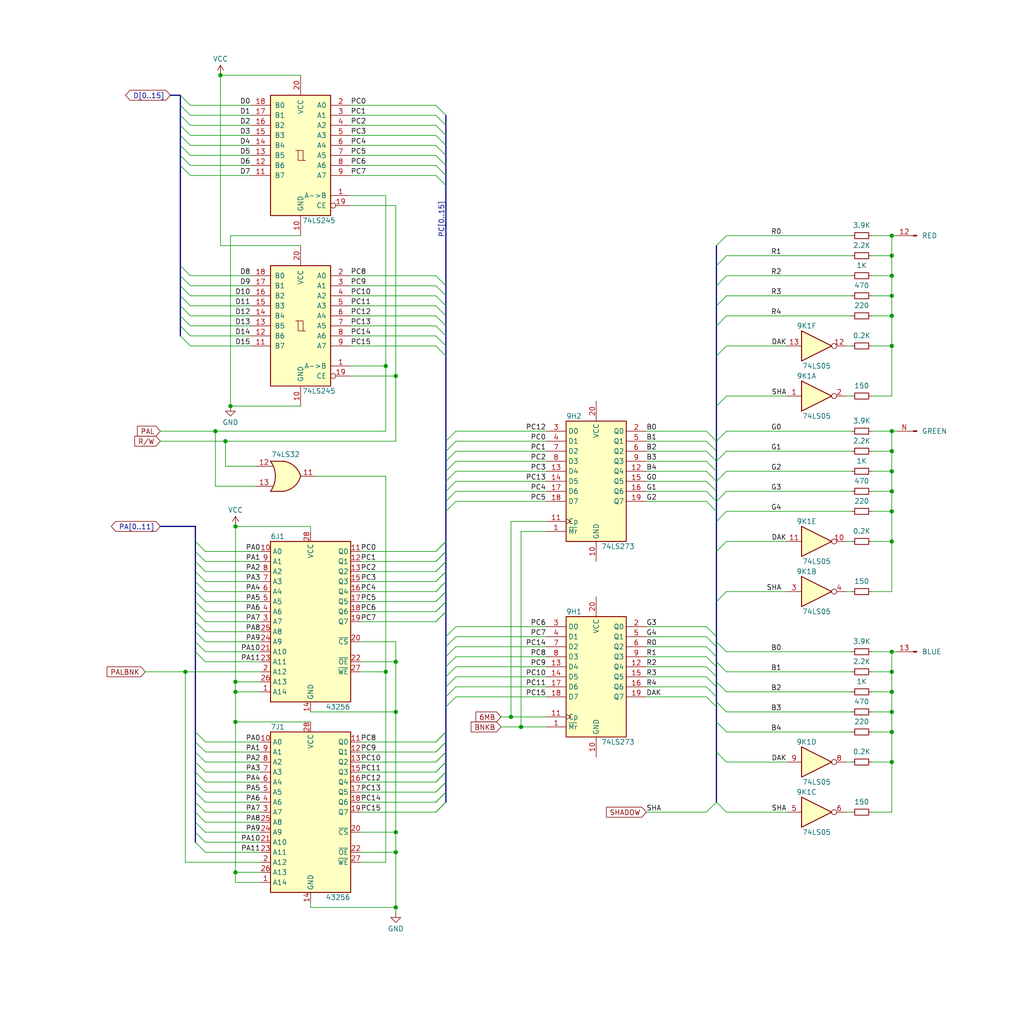
<source format=kicad_sch>
(kicad_sch (version 20230121) (generator eeschema)
  (paper "User" 255.803 259.41)
  (title_block (title "RGB - Palette Converter") (date "2023-09-26") (company "SNK") (comment 3 "Converted by Frater ") (comment 4 "NEO-GEO MVS MV1F") (comment 9 "https://github.com/Neo-Geo-Hardwares/Schematics-MV1F"))
  (lib_symbols
    (symbol "74xx:74LS05" (pin_names (offset 1.016))
      (property "Reference" "U" (at 0 1.27 0))
      (property "Value" "74LS05" (at 0 -1.27 0))
      (symbol "74LS05_1_0"
        (pin input line (at -7.62 0 0) (length 3.81) (name "~") (number "1"))
        (pin open_collector inverted (at 7.62 0 180) (length 3.81) (name "~") (number "2"))
      )
      (symbol "74LS05_2_0"
        (pin input line (at -7.62 0 0) (length 3.81) (name "~") (number "3"))
        (pin open_collector inverted (at 7.62 0 180) (length 3.81) (name "~") (number "4"))
      )
      (symbol "74LS05_3_0"
        (pin input line (at -7.62 0 0) (length 3.81) (name "~") (number "5"))
        (pin open_collector inverted (at 7.62 0 180) (length 3.81) (name "~") (number "6"))
      )
      (symbol "74LS05_4_0"
        (pin open_collector inverted (at 7.62 0 180) (length 3.81) (name "~") (number "8"))
        (pin input line (at -7.62 0 0) (length 3.81) (name "~") (number "9"))
      )
      (symbol "74LS05_5_0"
        (pin open_collector inverted (at 7.62 0 180) (length 3.81) (name "~") (number "10"))
        (pin input line (at -7.62 0 0) (length 3.81) (name "~") (number "11"))
      )
      (symbol "74LS05_6_0"
        (pin open_collector inverted (at 7.62 0 180) (length 3.81) (name "~") (number "12"))
        (pin input line (at -7.62 0 0) (length 3.81) (name "~") (number "13"))
      )
      (symbol "74LS05_7_0"
        (pin power_in line (at 0 12.7 270) (length 5.08) (name "VCC") (number "14"))
        (pin power_in line (at 0 -12.7 90) (length 5.08) (name "GND") (number "7"))
      )
    )
    (symbol "74xx:74LS245" (pin_names (offset 1.016))
      (property "Reference" "U" (at -7.62 16.51 0))
      (property "Value" "74LS245" (at -7.62 -16.51 0))
      (symbol "74LS245_1_0"
        (pin input line (at -12.7 -10.16 0) (length 5.08) (name "A->B") (number "1"))
        (pin power_in line (at 0 -20.32 90) (length 5.08) (name "GND") (number "10"))
        (pin tri_state line (at 12.7 -5.08 180) (length 5.08) (name "B7") (number "11"))
        (pin tri_state line (at 12.7 -2.54 180) (length 5.08) (name "B6") (number "12"))
        (pin tri_state line (at 12.7 0 180) (length 5.08) (name "B5") (number "13"))
        (pin tri_state line (at 12.7 2.54 180) (length 5.08) (name "B4") (number "14"))
        (pin tri_state line (at 12.7 5.08 180) (length 5.08) (name "B3") (number "15"))
        (pin tri_state line (at 12.7 7.62 180) (length 5.08) (name "B2") (number "16"))
        (pin tri_state line (at 12.7 10.16 180) (length 5.08) (name "B1") (number "17"))
        (pin tri_state line (at 12.7 12.7 180) (length 5.08) (name "B0") (number "18"))
        (pin input inverted (at -12.7 -12.7 0) (length 5.08) (name "CE") (number "19"))
        (pin tri_state line (at -12.7 12.7 0) (length 5.08) (name "A0") (number "2"))
        (pin power_in line (at 0 20.32 270) (length 5.08) (name "VCC") (number "20"))
        (pin tri_state line (at -12.7 10.16 0) (length 5.08) (name "A1") (number "3"))
        (pin tri_state line (at -12.7 7.62 0) (length 5.08) (name "A2") (number "4"))
        (pin tri_state line (at -12.7 5.08 0) (length 5.08) (name "A3") (number "5"))
        (pin tri_state line (at -12.7 2.54 0) (length 5.08) (name "A4") (number "6"))
        (pin tri_state line (at -12.7 0 0) (length 5.08) (name "A5") (number "7"))
        (pin tri_state line (at -12.7 -2.54 0) (length 5.08) (name "A6") (number "8"))
        (pin tri_state line (at -12.7 -5.08 0) (length 5.08) (name "A7") (number "9"))
      )
    )
    (symbol "74xx:74LS273"
      (property "Reference" "U" (at -7.62 16.51 0))
      (property "Value" "74LS273" (at -7.62 -16.51 0))
      (symbol "74LS273_1_0"
        (pin input line (at -12.7 -12.7 0) (length 5.08) (name "~{Mr}") (number "1"))
        (pin power_in line (at 0 -20.32 90) (length 5.08) (name "GND") (number "10"))
        (pin input clock (at -12.7 -10.16 0) (length 5.08) (name "Cp") (number "11"))
        (pin output line (at 12.7 2.54 180) (length 5.08) (name "Q4") (number "12"))
        (pin input line (at -12.7 2.54 0) (length 5.08) (name "D4") (number "13"))
        (pin input line (at -12.7 0 0) (length 5.08) (name "D5") (number "14"))
        (pin output line (at 12.7 0 180) (length 5.08) (name "Q5") (number "15"))
        (pin output line (at 12.7 -2.54 180) (length 5.08) (name "Q6") (number "16"))
        (pin input line (at -12.7 -2.54 0) (length 5.08) (name "D6") (number "17"))
        (pin input line (at -12.7 -5.08 0) (length 5.08) (name "D7") (number "18"))
        (pin output line (at 12.7 -5.08 180) (length 5.08) (name "Q7") (number "19"))
        (pin output line (at 12.7 12.7 180) (length 5.08) (name "Q0") (number "2"))
        (pin power_in line (at 0 20.32 270) (length 5.08) (name "VCC") (number "20"))
        (pin input line (at -12.7 12.7 0) (length 5.08) (name "D0") (number "3"))
        (pin input line (at -12.7 10.16 0) (length 5.08) (name "D1") (number "4"))
        (pin output line (at 12.7 10.16 180) (length 5.08) (name "Q1") (number "5"))
        (pin output line (at 12.7 7.62 180) (length 5.08) (name "Q2") (number "6"))
        (pin input line (at -12.7 7.62 0) (length 5.08) (name "D2") (number "7"))
        (pin input line (at -12.7 5.08 0) (length 5.08) (name "D3") (number "8"))
        (pin output line (at 12.7 5.08 180) (length 5.08) (name "Q3") (number "9"))
      )
    )
    (symbol "74xx:74LS32" (pin_names (offset 1.016))
      (property "Reference" "U" (at 0 1.27 0))
      (property "Value" "74LS32" (at 0 -1.27 0))
      (symbol "74LS32_1_1"
        (pin input line (at -7.62 2.54 0) (length 4.318) (name "~") (number "1"))
        (pin input line (at -7.62 -2.54 0) (length 4.318) (name "~") (number "2"))
        (pin output line (at 7.62 0 180) (length 3.81) (name "~") (number "3"))
      )
      (symbol "74LS32_1_2"
        (pin input inverted (at -7.62 2.54 0) (length 3.81) (name "~") (number "1"))
        (pin input inverted (at -7.62 -2.54 0) (length 3.81) (name "~") (number "2"))
        (pin output inverted (at 7.62 0 180) (length 3.81) (name "~") (number "3"))
      )
      (symbol "74LS32_2_1"
        (pin input line (at -7.62 2.54 0) (length 4.318) (name "~") (number "4"))
        (pin input line (at -7.62 -2.54 0) (length 4.318) (name "~") (number "5"))
        (pin output line (at 7.62 0 180) (length 3.81) (name "~") (number "6"))
      )
      (symbol "74LS32_2_2"
        (pin input inverted (at -7.62 2.54 0) (length 3.81) (name "~") (number "4"))
        (pin input inverted (at -7.62 -2.54 0) (length 3.81) (name "~") (number "5"))
        (pin output inverted (at 7.62 0 180) (length 3.81) (name "~") (number "6"))
      )
      (symbol "74LS32_3_1"
        (pin input line (at -7.62 -2.54 0) (length 4.318) (name "~") (number "10"))
        (pin output line (at 7.62 0 180) (length 3.81) (name "~") (number "8"))
        (pin input line (at -7.62 2.54 0) (length 4.318) (name "~") (number "9"))
      )
      (symbol "74LS32_3_2"
        (pin input inverted (at -7.62 -2.54 0) (length 3.81) (name "~") (number "10"))
        (pin output inverted (at 7.62 0 180) (length 3.81) (name "~") (number "8"))
        (pin input inverted (at -7.62 2.54 0) (length 3.81) (name "~") (number "9"))
      )
      (symbol "74LS32_4_1"
        (pin output line (at 7.62 0 180) (length 3.81) (name "~") (number "11"))
        (pin input line (at -7.62 2.54 0) (length 4.318) (name "~") (number "12"))
        (pin input line (at -7.62 -2.54 0) (length 4.318) (name "~") (number "13"))
      )
      (symbol "74LS32_4_2"
        (pin output inverted (at 7.62 0 180) (length 3.81) (name "~") (number "11"))
        (pin input inverted (at -7.62 2.54 0) (length 3.81) (name "~") (number "12"))
        (pin input inverted (at -7.62 -2.54 0) (length 3.81) (name "~") (number "13"))
      )
      (symbol "74LS32_5_0"
        (pin power_in line (at 0 12.7 270) (length 5.08) (name "VCC") (number "14"))
        (pin power_in line (at 0 -12.7 90) (length 5.08) (name "GND") (number "7"))
      )
    )
    (symbol "Conn_01x01_Pin_1" (pin_names (offset 1.016) hide)
      (property "Value" "GREEN" (at -1.27 0 0))
      (symbol "Conn_01x01_Pin_1_1_1"
        (pin passive line (at 5.08 0 180) (length 3.81) (name "Pin_N") (number "N"))
      )
    )
    (symbol "Conn_01x01_Pin_2" (pin_names (offset 1.016) hide)
      (property "Value" "BLUE" (at -1.27 0 0))
      (symbol "Conn_01x01_Pin_2_1_1"
        (pin passive line (at 5.08 0 180) (length 3.81) (name "Pin_13") (number "13"))
      )
    )
    (symbol "Connector:Conn_01x01_Pin" (pin_names (offset 1.016) hide)
      (property "Value" "RED" (at -2.54 0 0))
      (symbol "Conn_01x01_Pin_1_1"
        (pin passive line (at 5.08 0 180) (length 3.81) (name "Pin_12") (number "12"))
      )
    )
    (symbol "Device:R_Small" (pin_numbers hide) (pin_names (offset 0.254) hide)
      (property "Reference" "R" (at 0.762 0.508 0))
      (property "Value" "R_Small" (at 0.762 -1.016 0))
      (symbol "R_Small_1_1"
        (pin passive line (at 0 2.54 270) (length 0.762) (name "~") (number "1"))
        (pin passive line (at 0 -2.54 90) (length 0.762) (name "~") (number "2"))
      )
    )
    (symbol "Memory_RAM:KM62256CLP"
      (property "Reference" "U" (at -10.16 20.955 0))
      (property "Value" "KM62256CLP" (at 2.54 20.955 0))
      (symbol "KM62256CLP_0_0"
        (pin power_in line (at 0 -22.86 90) (length 2.54) (name "GND") (number "14"))
        (pin power_in line (at 0 22.86 270) (length 2.54) (name "VCC") (number "28"))
      )
      (symbol "KM62256CLP_1_1"
        (pin input line (at -12.7 -17.78 0) (length 2.54) (name "A14") (number "1"))
        (pin input line (at -12.7 17.78 0) (length 2.54) (name "A0") (number "10"))
        (pin tri_state line (at 12.7 17.78 180) (length 2.54) (name "Q0") (number "11"))
        (pin tri_state line (at 12.7 15.24 180) (length 2.54) (name "Q1") (number "12"))
        (pin tri_state line (at 12.7 12.7 180) (length 2.54) (name "Q2") (number "13"))
        (pin tri_state line (at 12.7 10.16 180) (length 2.54) (name "Q3") (number "15"))
        (pin tri_state line (at 12.7 7.62 180) (length 2.54) (name "Q4") (number "16"))
        (pin tri_state line (at 12.7 5.08 180) (length 2.54) (name "Q5") (number "17"))
        (pin tri_state line (at 12.7 2.54 180) (length 2.54) (name "Q6") (number "18"))
        (pin tri_state line (at 12.7 0 180) (length 2.54) (name "Q7") (number "19"))
        (pin input line (at -12.7 -12.7 0) (length 2.54) (name "A12") (number "2"))
        (pin input line (at 12.7 -5.08 180) (length 2.54) (name "~{CS}") (number "20"))
        (pin input line (at -12.7 -7.62 0) (length 2.54) (name "A10") (number "21"))
        (pin input line (at 12.7 -10.16 180) (length 2.54) (name "~{OE}") (number "22"))
        (pin input line (at -12.7 -10.16 0) (length 2.54) (name "A11") (number "23"))
        (pin input line (at -12.7 -5.08 0) (length 2.54) (name "A9") (number "24"))
        (pin input line (at -12.7 -2.54 0) (length 2.54) (name "A8") (number "25"))
        (pin input line (at -12.7 -15.24 0) (length 2.54) (name "A13") (number "26"))
        (pin input line (at 12.7 -12.7 180) (length 2.54) (name "~{WE}") (number "27"))
        (pin input line (at -12.7 0 0) (length 2.54) (name "A7") (number "3"))
        (pin input line (at -12.7 2.54 0) (length 2.54) (name "A6") (number "4"))
        (pin input line (at -12.7 5.08 0) (length 2.54) (name "A5") (number "5"))
        (pin input line (at -12.7 7.62 0) (length 2.54) (name "A4") (number "6"))
        (pin input line (at -12.7 10.16 0) (length 2.54) (name "A3") (number "7"))
        (pin input line (at -12.7 12.7 0) (length 2.54) (name "A2") (number "8"))
        (pin input line (at -12.7 15.24 0) (length 2.54) (name "A1") (number "9"))
      )
    )
    (symbol "power:GND" (power) (pin_names (offset 0))
      (property "Value" "GND" (at 0 -3.81 0))
      (symbol "GND_1_1"
        (pin power_in line (at 0 0 270) (length 0) hide (name "GND") (number "1"))
      )
    )
    (symbol "power:VCC" (power) (pin_names (offset 0))
      (property "Value" "VCC" (at 0 3.81 0))
      (symbol "VCC_1_1"
        (pin power_in line (at 0 0 90) (length 0) hide (name "VCC") (number "1"))
      )
    )
  )
  (junction (at 59.69 133.35))
  (junction (at 100.33 215.9))
  (junction (at 226.06 69.85))
  (junction (at 100.33 167.64))
  (junction (at 226.06 170.18))
  (junction (at 100.33 180.34))
  (junction (at 226.06 175.26))
  (junction (at 97.79 92.71))
  (junction (at 132.08 184.15))
  (junction (at 226.06 180.34))
  (junction (at 226.06 80.01))
  (junction (at 226.06 87.63))
  (junction (at 226.06 114.3))
  (junction (at 226.06 193.04))
  (junction (at 100.33 95.25))
  (junction (at 46.99 170.18))
  (junction (at 59.69 220.98))
  (junction (at 100.33 229.87))
  (junction (at 97.79 170.18))
  (junction (at 226.06 165.1))
  (junction (at 226.06 59.69))
  (junction (at 226.06 64.77))
  (junction (at 58.42 102.87))
  (junction (at 100.33 210.82))
  (junction (at 226.06 119.38))
  (junction (at 54.61 109.22))
  (junction (at 57.15 111.76))
  (junction (at 59.69 182.88))
  (junction (at 59.69 175.26))
  (junction (at 226.06 137.16))
  (junction (at 129.54 181.61))
  (junction (at 226.06 124.46))
  (junction (at 226.06 109.22))
  (junction (at 59.69 172.72))
  (junction (at 226.06 129.54))
  (junction (at 226.06 185.42))
  (junction (at 226.06 74.93))
  (junction (at 55.88 19.05))
  (bus_entry (at 49.53 210.82) (size 2.54 2.54))
  (bus_entry (at 181.61 166.37) (size -2.54 -2.54))
  (bus_entry (at 113.03 168.91) (size 2.54 -2.54))
  (bus_entry (at 113.03 193.04) (size -2.54 2.54))
  (bus_entry (at 113.03 195.58) (size -2.54 2.54))
  (bus_entry (at 181.61 111.76) (size -2.54 -2.54))
  (bus_entry (at 113.03 198.12) (size -2.54 2.54))
  (bus_entry (at 113.03 77.47) (size -2.54 -2.54))
  (bus_entry (at 113.03 161.29) (size 2.54 -2.54))
  (bus_entry (at 49.53 190.5) (size 2.54 2.54))
  (bus_entry (at 181.61 77.47) (size 2.54 -2.54))
  (bus_entry (at 113.03 41.91) (size -2.54 -2.54))
  (bus_entry (at 113.03 171.45) (size 2.54 -2.54))
  (bus_entry (at 113.03 185.42) (size -2.54 2.54))
  (bus_entry (at 49.53 152.4) (size 2.54 2.54))
  (bus_entry (at 113.03 137.16) (size -2.54 2.54))
  (bus_entry (at 49.53 195.58) (size 2.54 2.54))
  (bus_entry (at 184.15 185.42) (size -2.54 -2.54))
  (bus_entry (at 113.03 147.32) (size -2.54 2.54))
  (bus_entry (at 113.03 39.37) (size -2.54 -2.54))
  (bus_entry (at 113.03 142.24) (size -2.54 2.54))
  (bus_entry (at 113.03 90.17) (size -2.54 -2.54))
  (bus_entry (at 49.53 200.66) (size 2.54 2.54))
  (bus_entry (at 113.03 176.53) (size 2.54 -2.54))
  (bus_entry (at 113.03 166.37) (size 2.54 -2.54))
  (bus_entry (at 184.15 165.1) (size -2.54 -2.54))
  (bus_entry (at 113.03 149.86) (size -2.54 2.54))
  (bus_entry (at 49.53 154.94) (size 2.54 2.54))
  (bus_entry (at 45.72 39.37) (size 2.54 2.54))
  (bus_entry (at 49.53 139.7) (size 2.54 2.54))
  (bus_entry (at 113.03 185.42) (size -2.54 2.54))
  (bus_entry (at 181.61 72.39) (size 2.54 -2.54))
  (bus_entry (at 113.03 152.4) (size -2.54 2.54))
  (bus_entry (at 113.03 34.29) (size -2.54 -2.54))
  (bus_entry (at 113.03 44.45) (size -2.54 -2.54))
  (bus_entry (at 49.53 187.96) (size 2.54 2.54))
  (bus_entry (at 181.61 161.29) (size -2.54 -2.54))
  (bus_entry (at 113.03 190.5) (size -2.54 2.54))
  (bus_entry (at 45.72 41.91) (size 2.54 2.54))
  (bus_entry (at 113.03 198.12) (size -2.54 2.54))
  (bus_entry (at 49.53 185.42) (size 2.54 2.54))
  (bus_entry (at 113.03 200.66) (size -2.54 2.54))
  (bus_entry (at 113.03 149.86) (size -2.54 2.54))
  (bus_entry (at 113.03 173.99) (size 2.54 -2.54))
  (bus_entry (at 184.15 170.18) (size -2.54 -2.54))
  (bus_entry (at 113.03 152.4) (size -2.54 2.54))
  (bus_entry (at 113.03 72.39) (size -2.54 -2.54))
  (bus_entry (at 113.03 142.24) (size -2.54 2.54))
  (bus_entry (at 184.15 180.34) (size -2.54 -2.54))
  (bus_entry (at 181.61 203.2) (size -2.54 2.54))
  (bus_entry (at 113.03 85.09) (size -2.54 -2.54))
  (bus_entry (at 49.53 142.24) (size 2.54 2.54))
  (bus_entry (at 181.61 139.7) (size 2.54 -2.54))
  (bus_entry (at 184.15 175.26) (size -2.54 -2.54))
  (bus_entry (at 45.72 26.67) (size 2.54 2.54))
  (bus_entry (at 49.53 213.36) (size 2.54 2.54))
  (bus_entry (at 181.61 179.07) (size -2.54 -2.54))
  (bus_entry (at 181.61 168.91) (size -2.54 -2.54))
  (bus_entry (at 113.03 154.94) (size -2.54 2.54))
  (bus_entry (at 181.61 116.84) (size 2.54 -2.54))
  (bus_entry (at 113.03 111.76) (size 2.54 -2.54))
  (bus_entry (at 113.03 137.16) (size -2.54 2.54))
  (bus_entry (at 181.61 129.54) (size -2.54 -2.54))
  (bus_entry (at 113.03 187.96) (size -2.54 2.54))
  (bus_entry (at 45.72 31.75) (size 2.54 2.54))
  (bus_entry (at 113.03 147.32) (size -2.54 2.54))
  (bus_entry (at 181.61 90.17) (size 2.54 -2.54))
  (bus_entry (at 45.72 24.13) (size 2.54 2.54))
  (bus_entry (at 181.61 62.23) (size 2.54 -2.54))
  (bus_entry (at 45.72 77.47) (size 2.54 2.54))
  (bus_entry (at 49.53 149.86) (size 2.54 2.54))
  (bus_entry (at 113.03 114.3) (size 2.54 -2.54))
  (bus_entry (at 45.72 69.85) (size 2.54 2.54))
  (bus_entry (at 113.03 29.21) (size -2.54 -2.54))
  (bus_entry (at 113.03 139.7) (size -2.54 2.54))
  (bus_entry (at 181.61 121.92) (size -2.54 -2.54))
  (bus_entry (at 113.03 203.2) (size -2.54 2.54))
  (bus_entry (at 113.03 74.93) (size -2.54 -2.54))
  (bus_entry (at 113.03 119.38) (size 2.54 -2.54))
  (bus_entry (at 181.61 121.92) (size 2.54 -2.54))
  (bus_entry (at 181.61 124.46) (size -2.54 -2.54))
  (bus_entry (at 113.03 116.84) (size 2.54 -2.54))
  (bus_entry (at 181.61 173.99) (size -2.54 -2.54))
  (bus_entry (at 181.61 114.3) (size -2.54 -2.54))
  (bus_entry (at 45.72 29.21) (size 2.54 2.54))
  (bus_entry (at 181.61 111.76) (size 2.54 -2.54))
  (bus_entry (at 181.61 176.53) (size -2.54 -2.54))
  (bus_entry (at 113.03 127) (size 2.54 -2.54))
  (bus_entry (at 49.53 162.56) (size 2.54 2.54))
  (bus_entry (at 181.61 127) (size -2.54 -2.54))
  (bus_entry (at 113.03 193.04) (size -2.54 2.54))
  (bus_entry (at 49.53 193.04) (size 2.54 2.54))
  (bus_entry (at 45.72 72.39) (size 2.54 2.54))
  (bus_entry (at 49.53 160.02) (size 2.54 2.54))
  (bus_entry (at 113.03 190.5) (size -2.54 2.54))
  (bus_entry (at 113.03 36.83) (size -2.54 -2.54))
  (bus_entry (at 184.15 205.74) (size -2.54 -2.54))
  (bus_entry (at 45.72 82.55) (size 2.54 2.54))
  (bus_entry (at 113.03 121.92) (size 2.54 -2.54))
  (bus_entry (at 113.03 203.2) (size -2.54 2.54))
  (bus_entry (at 113.03 163.83) (size 2.54 -2.54))
  (bus_entry (at 45.72 74.93) (size 2.54 2.54))
  (bus_entry (at 181.61 152.4) (size 2.54 -2.54))
  (bus_entry (at 113.03 124.46) (size 2.54 -2.54))
  (bus_entry (at 49.53 137.16) (size 2.54 2.54))
  (bus_entry (at 113.03 31.75) (size -2.54 -2.54))
  (bus_entry (at 49.53 205.74) (size 2.54 2.54))
  (bus_entry (at 113.03 144.78) (size -2.54 2.54))
  (bus_entry (at 49.53 208.28) (size 2.54 2.54))
  (bus_entry (at 113.03 129.54) (size 2.54 -2.54))
  (bus_entry (at 45.72 34.29) (size 2.54 2.54))
  (bus_entry (at 45.72 67.31) (size 2.54 2.54))
  (bus_entry (at 49.53 144.78) (size 2.54 2.54))
  (bus_entry (at 181.61 163.83) (size -2.54 -2.54))
  (bus_entry (at 181.61 127) (size 2.54 -2.54))
  (bus_entry (at 113.03 200.66) (size -2.54 2.54))
  (bus_entry (at 113.03 82.55) (size -2.54 -2.54))
  (bus_entry (at 113.03 46.99) (size -2.54 -2.54))
  (bus_entry (at 181.61 82.55) (size 2.54 -2.54))
  (bus_entry (at 113.03 139.7) (size -2.54 2.54))
  (bus_entry (at 45.72 36.83) (size 2.54 2.54))
  (bus_entry (at 49.53 157.48) (size 2.54 2.54))
  (bus_entry (at 45.72 80.01) (size 2.54 2.54))
  (bus_entry (at 181.61 119.38) (size -2.54 -2.54))
  (bus_entry (at 113.03 154.94) (size -2.54 2.54))
  (bus_entry (at 184.15 193.04) (size -2.54 -2.54))
  (bus_entry (at 113.03 80.01) (size -2.54 -2.54))
  (bus_entry (at 113.03 87.63) (size -2.54 -2.54))
  (bus_entry (at 181.61 171.45) (size -2.54 -2.54))
  (bus_entry (at 113.03 195.58) (size -2.54 2.54))
  (bus_entry (at 49.53 198.12) (size 2.54 2.54))
  (bus_entry (at 113.03 144.78) (size -2.54 2.54))
  (bus_entry (at 45.72 85.09) (size 2.54 2.54))
  (bus_entry (at 181.61 67.31) (size 2.54 -2.54))
  (bus_entry (at 49.53 147.32) (size 2.54 2.54))
  (bus_entry (at 49.53 165.1) (size 2.54 2.54))
  (bus_entry (at 49.53 203.2) (size 2.54 2.54))
  (bus_entry (at 113.03 187.96) (size -2.54 2.54))
  (bus_entry (at 181.61 132.08) (size 2.54 -2.54))
  (bus_entry (at 113.03 179.07) (size 2.54 -2.54))
  (bus_entry (at 181.61 116.84) (size -2.54 -2.54))
  (bus_entry (at 181.61 102.87) (size 2.54 -2.54))
  (wire (pts (xy 115.57 111.76) (xy 138.43 111.76)))
  (bus (pts (xy 113.03 163.83) (xy 113.03 166.37)))
  (wire (pts (xy 184.15 175.26) (xy 215.9 175.26)))
  (wire (pts (xy 59.69 175.26) (xy 59.69 182.88)))
  (wire (pts (xy 226.06 119.38) (xy 226.06 114.3)))
  (bus (pts (xy 49.53 190.5) (xy 49.53 193.04)))
  (bus (pts (xy 113.03 147.32) (xy 113.03 149.86)))
  (bus (pts (xy 181.61 67.31) (xy 181.61 72.39)))
  (wire (pts (xy 115.57 163.83) (xy 138.43 163.83)))
  (wire (pts (xy 48.26 39.37) (xy 63.5 39.37)))
  (wire (pts (xy 199.39 137.16) (xy 184.15 137.16)))
  (wire (pts (xy 214.63 87.63) (xy 215.9 87.63)))
  (bus (pts (xy 181.61 152.4) (xy 181.61 161.29)))
  (wire (pts (xy 52.07 195.58) (xy 66.04 195.58)))
  (wire (pts (xy 36.83 170.18) (xy 46.99 170.18)))
  (wire (pts (xy 226.06 193.04) (xy 226.06 185.42)))
  (wire (pts (xy 226.06 137.16) (xy 226.06 129.54)))
  (wire (pts (xy 52.07 139.7) (xy 66.04 139.7)))
  (bus (pts (xy 181.61 127) (xy 181.61 129.54)))
  (bus (pts (xy 49.53 187.96) (xy 49.53 190.5)))
  (wire (pts (xy 226.06 170.18) (xy 226.06 165.1)))
  (bus (pts (xy 113.03 187.96) (xy 113.03 190.5)))
  (wire (pts (xy 91.44 203.2) (xy 110.49 203.2)))
  (wire (pts (xy 59.69 220.98) (xy 59.69 223.52)))
  (wire (pts (xy 215.9 74.93) (xy 184.15 74.93)))
  (wire (pts (xy 59.69 175.26) (xy 59.69 172.72)))
  (wire (pts (xy 226.06 87.63) (xy 226.06 80.01)))
  (bus (pts (xy 113.03 119.38) (xy 113.03 121.92)))
  (wire (pts (xy 115.57 121.92) (xy 138.43 121.92)))
  (wire (pts (xy 220.98 87.63) (xy 226.06 87.63)))
  (wire (pts (xy 215.9 64.77) (xy 184.15 64.77)))
  (wire (pts (xy 59.69 220.98) (xy 66.04 220.98)))
  (bus (pts (xy 113.03 29.21) (xy 113.03 31.75)))
  (wire (pts (xy 88.9 52.07) (xy 100.33 52.07)))
  (wire (pts (xy 91.44 167.64) (xy 100.33 167.64)))
  (bus (pts (xy 181.61 172.72) (xy 181.61 173.99)))
  (wire (pts (xy 163.83 176.53) (xy 179.07 176.53)))
  (wire (pts (xy 48.26 80.01) (xy 63.5 80.01)))
  (wire (pts (xy 226.06 149.86) (xy 226.06 137.16)))
  (wire (pts (xy 100.33 111.76) (xy 57.15 111.76)))
  (wire (pts (xy 97.79 92.71) (xy 97.79 49.53)))
  (bus (pts (xy 181.61 173.99) (xy 181.61 176.53)))
  (bus (pts (xy 113.03 185.42) (xy 113.03 187.96)))
  (wire (pts (xy 132.08 134.62) (xy 132.08 184.15)))
  (bus (pts (xy 43.18 24.13) (xy 45.72 24.13)))
  (bus (pts (xy 181.61 163.83) (xy 181.61 166.37)))
  (wire (pts (xy 184.15 149.86) (xy 199.39 149.86)))
  (bus (pts (xy 40.64 133.35) (xy 49.53 133.35)))
  (wire (pts (xy 215.9 69.85) (xy 184.15 69.85)))
  (bus (pts (xy 113.03 85.09) (xy 113.03 87.63)))
  (wire (pts (xy 91.44 198.12) (xy 110.49 198.12)))
  (bus (pts (xy 113.03 152.4) (xy 113.03 154.94)))
  (wire (pts (xy 220.98 59.69) (xy 226.06 59.69)))
  (bus (pts (xy 45.72 31.75) (xy 45.72 34.29)))
  (wire (pts (xy 52.07 208.28) (xy 66.04 208.28)))
  (wire (pts (xy 91.44 193.04) (xy 110.49 193.04)))
  (wire (pts (xy 46.99 170.18) (xy 66.04 170.18)))
  (bus (pts (xy 113.03 80.01) (xy 113.03 82.55)))
  (bus (pts (xy 113.03 190.5) (xy 113.03 193.04)))
  (bus (pts (xy 113.03 34.29) (xy 113.03 36.83)))
  (wire (pts (xy 129.54 181.61) (xy 138.43 181.61)))
  (wire (pts (xy 163.83 111.76) (xy 179.07 111.76)))
  (bus (pts (xy 45.72 80.01) (xy 45.72 82.55)))
  (bus (pts (xy 181.61 102.87) (xy 181.61 111.76)))
  (bus (pts (xy 49.53 137.16) (xy 49.53 139.7)))
  (wire (pts (xy 163.83 163.83) (xy 179.07 163.83)))
  (wire (pts (xy 132.08 184.15) (xy 138.43 184.15)))
  (wire (pts (xy 226.06 205.74) (xy 226.06 193.04)))
  (wire (pts (xy 110.49 34.29) (xy 88.9 34.29)))
  (wire (pts (xy 52.07 160.02) (xy 66.04 160.02)))
  (wire (pts (xy 220.98 119.38) (xy 226.06 119.38)))
  (wire (pts (xy 110.49 85.09) (xy 88.9 85.09)))
  (wire (pts (xy 40.64 109.22) (xy 54.61 109.22)))
  (bus (pts (xy 45.72 77.47) (xy 45.72 80.01)))
  (wire (pts (xy 52.07 190.5) (xy 66.04 190.5)))
  (wire (pts (xy 52.07 198.12) (xy 66.04 198.12)))
  (wire (pts (xy 115.57 109.22) (xy 138.43 109.22)))
  (wire (pts (xy 220.98 114.3) (xy 226.06 114.3)))
  (bus (pts (xy 113.03 87.63) (xy 113.03 90.17)))
  (wire (pts (xy 163.83 127) (xy 179.07 127)))
  (bus (pts (xy 181.61 132.08) (xy 181.61 139.7)))
  (wire (pts (xy 226.06 80.01) (xy 226.06 74.93)))
  (wire (pts (xy 52.07 215.9) (xy 66.04 215.9)))
  (wire (pts (xy 48.26 29.21) (xy 63.5 29.21)))
  (wire (pts (xy 78.74 229.87) (xy 78.74 228.6)))
  (wire (pts (xy 199.39 193.04) (xy 184.15 193.04)))
  (wire (pts (xy 100.33 215.9) (xy 100.33 229.87)))
  (wire (pts (xy 100.33 111.76) (xy 100.33 95.25)))
  (wire (pts (xy 163.83 116.84) (xy 179.07 116.84)))
  (wire (pts (xy 184.15 170.18) (xy 215.9 170.18)))
  (bus (pts (xy 113.03 74.93) (xy 113.03 77.47)))
  (wire (pts (xy 52.07 165.1) (xy 66.04 165.1)))
  (bus (pts (xy 113.03 124.46) (xy 113.03 127)))
  (wire (pts (xy 184.15 129.54) (xy 215.9 129.54)))
  (wire (pts (xy 226.06 59.69) (xy 227.33 59.69)))
  (bus (pts (xy 49.53 142.24) (xy 49.53 144.78)))
  (wire (pts (xy 91.44 149.86) (xy 110.49 149.86)))
  (wire (pts (xy 48.26 82.55) (xy 63.5 82.55)))
  (bus (pts (xy 45.72 36.83) (xy 45.72 39.37)))
  (wire (pts (xy 97.79 49.53) (xy 88.9 49.53)))
  (bus (pts (xy 181.61 139.7) (xy 181.61 152.4)))
  (wire (pts (xy 220.98 205.74) (xy 226.06 205.74)))
  (wire (pts (xy 115.57 124.46) (xy 138.43 124.46)))
  (wire (pts (xy 57.15 118.11) (xy 57.15 111.76)))
  (bus (pts (xy 181.61 121.92) (xy 181.61 124.46)))
  (wire (pts (xy 55.88 19.05) (xy 55.88 62.23)))
  (bus (pts (xy 181.61 167.64) (xy 181.61 168.91)))
  (wire (pts (xy 54.61 109.22) (xy 97.79 109.22)))
  (bus (pts (xy 49.53 152.4) (xy 49.53 154.94)))
  (wire (pts (xy 184.15 185.42) (xy 215.9 185.42)))
  (bus (pts (xy 113.03 90.17) (xy 113.03 111.76)))
  (bus (pts (xy 113.03 72.39) (xy 113.03 74.93)))
  (wire (pts (xy 115.57 158.75) (xy 138.43 158.75)))
  (wire (pts (xy 48.26 74.93) (xy 63.5 74.93)))
  (bus (pts (xy 113.03 198.12) (xy 113.03 200.66)))
  (bus (pts (xy 181.61 114.3) (xy 181.61 116.84)))
  (wire (pts (xy 199.39 100.33) (xy 184.15 100.33)))
  (wire (pts (xy 52.07 144.78) (xy 66.04 144.78)))
  (wire (pts (xy 58.42 102.87) (xy 76.2 102.87)))
  (wire (pts (xy 97.79 218.44) (xy 91.44 218.44)))
  (wire (pts (xy 110.49 69.85) (xy 88.9 69.85)))
  (wire (pts (xy 100.33 162.56) (xy 100.33 167.64)))
  (wire (pts (xy 52.07 147.32) (xy 66.04 147.32)))
  (bus (pts (xy 181.61 162.56) (xy 181.61 163.83)))
  (wire (pts (xy 110.49 29.21) (xy 88.9 29.21)))
  (wire (pts (xy 48.26 87.63) (xy 63.5 87.63)))
  (wire (pts (xy 214.63 137.16) (xy 215.9 137.16)))
  (wire (pts (xy 115.57 114.3) (xy 138.43 114.3)))
  (wire (pts (xy 78.74 133.35) (xy 59.69 133.35)))
  (bus (pts (xy 113.03 46.99) (xy 113.03 72.39)))
  (bus (pts (xy 113.03 193.04) (xy 113.03 195.58)))
  (wire (pts (xy 57.15 111.76) (xy 40.64 111.76)))
  (wire (pts (xy 91.44 142.24) (xy 110.49 142.24)))
  (wire (pts (xy 91.44 157.48) (xy 110.49 157.48)))
  (wire (pts (xy 215.9 59.69) (xy 184.15 59.69)))
  (wire (pts (xy 163.83 109.22) (xy 179.07 109.22)))
  (wire (pts (xy 91.44 144.78) (xy 110.49 144.78)))
  (bus (pts (xy 181.61 177.8) (xy 181.61 176.53)))
  (bus (pts (xy 113.03 39.37) (xy 113.03 41.91)))
  (bus (pts (xy 49.53 147.32) (xy 49.53 149.86)))
  (bus (pts (xy 113.03 144.78) (xy 113.03 147.32)))
  (wire (pts (xy 199.39 87.63) (xy 184.15 87.63)))
  (wire (pts (xy 226.06 185.42) (xy 226.06 180.34)))
  (bus (pts (xy 49.53 185.42) (xy 49.53 187.96)))
  (bus (pts (xy 113.03 114.3) (xy 113.03 116.84)))
  (bus (pts (xy 181.61 190.5) (xy 181.61 203.2)))
  (bus (pts (xy 45.72 24.13) (xy 45.72 26.67)))
  (wire (pts (xy 220.98 64.77) (xy 226.06 64.77)))
  (wire (pts (xy 220.98 137.16) (xy 226.06 137.16)))
  (bus (pts (xy 113.03 179.07) (xy 113.03 185.42)))
  (bus (pts (xy 49.53 157.48) (xy 49.53 160.02)))
  (wire (pts (xy 226.06 109.22) (xy 227.33 109.22)))
  (bus (pts (xy 113.03 154.94) (xy 113.03 161.29)))
  (bus (pts (xy 113.03 111.76) (xy 113.03 114.3)))
  (bus (pts (xy 113.03 121.92) (xy 113.03 124.46)))
  (wire (pts (xy 48.26 31.75) (xy 63.5 31.75)))
  (wire (pts (xy 214.63 149.86) (xy 215.9 149.86)))
  (wire (pts (xy 97.79 170.18) (xy 97.79 218.44)))
  (wire (pts (xy 163.83 121.92) (xy 179.07 121.92)))
  (wire (pts (xy 163.83 171.45) (xy 179.07 171.45)))
  (wire (pts (xy 52.07 205.74) (xy 66.04 205.74)))
  (wire (pts (xy 52.07 149.86) (xy 66.04 149.86)))
  (wire (pts (xy 220.98 149.86) (xy 226.06 149.86)))
  (wire (pts (xy 100.33 229.87) (xy 100.33 231.14)))
  (bus (pts (xy 113.03 200.66) (xy 113.03 203.2)))
  (bus (pts (xy 49.53 154.94) (xy 49.53 157.48)))
  (bus (pts (xy 113.03 149.86) (xy 113.03 152.4)))
  (wire (pts (xy 220.98 170.18) (xy 226.06 170.18)))
  (wire (pts (xy 48.26 41.91) (xy 63.5 41.91)))
  (wire (pts (xy 76.2 59.69) (xy 58.42 59.69)))
  (bus (pts (xy 113.03 77.47) (xy 113.03 80.01)))
  (wire (pts (xy 115.57 116.84) (xy 138.43 116.84)))
  (wire (pts (xy 199.39 205.74) (xy 184.15 205.74)))
  (wire (pts (xy 52.07 162.56) (xy 66.04 162.56)))
  (wire (pts (xy 226.06 64.77) (xy 226.06 59.69)))
  (wire (pts (xy 80.01 120.65) (xy 97.79 120.65)))
  (bus (pts (xy 181.61 77.47) (xy 181.61 82.55)))
  (wire (pts (xy 110.49 39.37) (xy 88.9 39.37)))
  (bus (pts (xy 49.53 210.82) (xy 49.53 213.36)))
  (bus (pts (xy 49.53 195.58) (xy 49.53 198.12)))
  (wire (pts (xy 226.06 100.33) (xy 226.06 87.63)))
  (wire (pts (xy 110.49 72.39) (xy 88.9 72.39)))
  (wire (pts (xy 54.61 123.19) (xy 54.61 109.22)))
  (wire (pts (xy 48.26 34.29) (xy 63.5 34.29)))
  (wire (pts (xy 91.44 152.4) (xy 110.49 152.4)))
  (wire (pts (xy 48.26 26.67) (xy 63.5 26.67)))
  (bus (pts (xy 113.03 41.91) (xy 113.03 44.45)))
  (wire (pts (xy 220.98 129.54) (xy 226.06 129.54)))
  (wire (pts (xy 115.57 127) (xy 138.43 127)))
  (wire (pts (xy 48.26 77.47) (xy 63.5 77.47)))
  (wire (pts (xy 91.44 200.66) (xy 110.49 200.66)))
  (wire (pts (xy 59.69 223.52) (xy 66.04 223.52)))
  (wire (pts (xy 127 184.15) (xy 132.08 184.15)))
  (wire (pts (xy 115.57 119.38) (xy 138.43 119.38)))
  (bus (pts (xy 113.03 44.45) (xy 113.03 46.99)))
  (bus (pts (xy 181.61 116.84) (xy 181.61 119.38)))
  (wire (pts (xy 220.98 100.33) (xy 226.06 100.33)))
  (bus (pts (xy 45.72 39.37) (xy 45.72 41.91)))
  (wire (pts (xy 52.07 152.4) (xy 66.04 152.4)))
  (wire (pts (xy 100.33 210.82) (xy 100.33 215.9)))
  (bus (pts (xy 181.61 179.07) (xy 181.61 182.88)))
  (bus (pts (xy 181.61 124.46) (xy 181.61 127)))
  (wire (pts (xy 127 181.61) (xy 129.54 181.61)))
  (wire (pts (xy 48.26 72.39) (xy 63.5 72.39)))
  (bus (pts (xy 113.03 171.45) (xy 113.03 173.99)))
  (wire (pts (xy 52.07 193.04) (xy 66.04 193.04)))
  (wire (pts (xy 91.44 154.94) (xy 110.49 154.94)))
  (wire (pts (xy 138.43 132.08) (xy 129.54 132.08)))
  (wire (pts (xy 163.83 168.91) (xy 179.07 168.91)))
  (wire (pts (xy 184.15 165.1) (xy 215.9 165.1)))
  (wire (pts (xy 184.15 114.3) (xy 215.9 114.3)))
  (wire (pts (xy 78.74 133.35) (xy 78.74 134.62)))
  (wire (pts (xy 110.49 82.55) (xy 88.9 82.55)))
  (wire (pts (xy 184.15 180.34) (xy 215.9 180.34)))
  (wire (pts (xy 48.26 85.09) (xy 63.5 85.09)))
  (wire (pts (xy 226.06 124.46) (xy 226.06 119.38)))
  (bus (pts (xy 181.61 167.64) (xy 181.61 166.37)))
  (wire (pts (xy 110.49 77.47) (xy 88.9 77.47)))
  (wire (pts (xy 52.07 142.24) (xy 66.04 142.24)))
  (wire (pts (xy 46.99 218.44) (xy 66.04 218.44)))
  (bus (pts (xy 181.61 62.23) (xy 181.61 67.31)))
  (wire (pts (xy 97.79 92.71) (xy 97.79 109.22)))
  (wire (pts (xy 110.49 74.93) (xy 88.9 74.93)))
  (wire (pts (xy 78.74 180.34) (xy 100.33 180.34)))
  (wire (pts (xy 214.63 193.04) (xy 215.9 193.04)))
  (bus (pts (xy 113.03 142.24) (xy 113.03 144.78)))
  (wire (pts (xy 129.54 132.08) (xy 129.54 181.61)))
  (wire (pts (xy 88.9 95.25) (xy 100.33 95.25)))
  (wire (pts (xy 100.33 180.34) (xy 100.33 210.82)))
  (wire (pts (xy 91.44 205.74) (xy 110.49 205.74)))
  (bus (pts (xy 113.03 168.91) (xy 113.03 171.45)))
  (wire (pts (xy 163.83 114.3) (xy 179.07 114.3)))
  (wire (pts (xy 110.49 36.83) (xy 88.9 36.83)))
  (bus (pts (xy 181.61 111.76) (xy 181.61 114.3)))
  (wire (pts (xy 64.77 118.11) (xy 57.15 118.11)))
  (wire (pts (xy 91.44 195.58) (xy 110.49 195.58)))
  (bus (pts (xy 181.61 72.39) (xy 181.61 77.47)))
  (wire (pts (xy 100.33 52.07) (xy 100.33 95.25)))
  (bus (pts (xy 45.72 69.85) (xy 45.72 72.39)))
  (wire (pts (xy 88.9 92.71) (xy 97.79 92.71)))
  (wire (pts (xy 163.83 124.46) (xy 179.07 124.46)))
  (wire (pts (xy 91.44 170.18) (xy 97.79 170.18)))
  (wire (pts (xy 220.98 193.04) (xy 226.06 193.04)))
  (bus (pts (xy 45.72 41.91) (xy 45.72 67.31)))
  (wire (pts (xy 91.44 139.7) (xy 110.49 139.7)))
  (bus (pts (xy 49.53 160.02) (xy 49.53 162.56)))
  (wire (pts (xy 220.98 175.26) (xy 226.06 175.26)))
  (wire (pts (xy 163.83 205.74) (xy 179.07 205.74)))
  (wire (pts (xy 59.69 175.26) (xy 66.04 175.26)))
  (wire (pts (xy 220.98 124.46) (xy 226.06 124.46)))
  (bus (pts (xy 113.03 139.7) (xy 113.03 142.24)))
  (wire (pts (xy 214.63 205.74) (xy 215.9 205.74)))
  (bus (pts (xy 113.03 176.53) (xy 113.03 179.07)))
  (bus (pts (xy 113.03 161.29) (xy 113.03 163.83)))
  (wire (pts (xy 48.26 44.45) (xy 63.5 44.45)))
  (wire (pts (xy 52.07 210.82) (xy 66.04 210.82)))
  (bus (pts (xy 45.72 82.55) (xy 45.72 85.09)))
  (wire (pts (xy 226.06 165.1) (xy 227.33 165.1)))
  (wire (pts (xy 220.98 80.01) (xy 226.06 80.01)))
  (wire (pts (xy 163.83 173.99) (xy 179.07 173.99)))
  (bus (pts (xy 181.61 171.45) (xy 181.61 172.72)))
  (wire (pts (xy 46.99 170.18) (xy 46.99 218.44)))
  (wire (pts (xy 91.44 190.5) (xy 110.49 190.5)))
  (wire (pts (xy 163.83 166.37) (xy 179.07 166.37)))
  (wire (pts (xy 100.33 229.87) (xy 78.74 229.87)))
  (wire (pts (xy 226.06 74.93) (xy 226.06 69.85)))
  (wire (pts (xy 100.33 210.82) (xy 91.44 210.82)))
  (bus (pts (xy 181.61 119.38) (xy 181.61 121.92)))
  (wire (pts (xy 48.26 69.85) (xy 63.5 69.85)))
  (wire (pts (xy 100.33 167.64) (xy 100.33 180.34)))
  (wire (pts (xy 220.98 69.85) (xy 226.06 69.85)))
  (bus (pts (xy 45.72 67.31) (xy 45.72 69.85)))
  (wire (pts (xy 48.26 36.83) (xy 63.5 36.83)))
  (wire (pts (xy 110.49 80.01) (xy 88.9 80.01)))
  (wire (pts (xy 115.57 166.37) (xy 138.43 166.37)))
  (wire (pts (xy 91.44 147.32) (xy 110.49 147.32)))
  (wire (pts (xy 220.98 74.93) (xy 226.06 74.93)))
  (wire (pts (xy 110.49 87.63) (xy 88.9 87.63)))
  (bus (pts (xy 49.53 144.78) (xy 49.53 147.32)))
  (wire (pts (xy 220.98 180.34) (xy 226.06 180.34)))
  (bus (pts (xy 49.53 200.66) (xy 49.53 203.2)))
  (bus (pts (xy 113.03 137.16) (xy 113.03 139.7)))
  (wire (pts (xy 59.69 182.88) (xy 59.69 220.98)))
  (bus (pts (xy 49.53 162.56) (xy 49.53 165.1)))
  (bus (pts (xy 181.61 90.17) (xy 181.61 102.87)))
  (wire (pts (xy 59.69 182.88) (xy 78.74 182.88)))
  (wire (pts (xy 214.63 100.33) (xy 215.9 100.33)))
  (bus (pts (xy 49.53 149.86) (xy 49.53 152.4)))
  (wire (pts (xy 110.49 31.75) (xy 88.9 31.75)))
  (wire (pts (xy 163.83 158.75) (xy 179.07 158.75)))
  (wire (pts (xy 115.57 171.45) (xy 138.43 171.45)))
  (wire (pts (xy 52.07 213.36) (xy 66.04 213.36)))
  (wire (pts (xy 52.07 203.2) (xy 66.04 203.2)))
  (bus (pts (xy 45.72 74.93) (xy 45.72 77.47)))
  (wire (pts (xy 220.98 185.42) (xy 226.06 185.42)))
  (bus (pts (xy 49.53 193.04) (xy 49.53 195.58)))
  (wire (pts (xy 59.69 133.35) (xy 59.69 172.72)))
  (wire (pts (xy 52.07 200.66) (xy 66.04 200.66)))
  (wire (pts (xy 226.06 180.34) (xy 226.06 175.26)))
  (bus (pts (xy 181.61 168.91) (xy 181.61 171.45)))
  (bus (pts (xy 113.03 116.84) (xy 113.03 119.38)))
  (bus (pts (xy 49.53 165.1) (xy 49.53 185.42)))
  (wire (pts (xy 64.77 123.19) (xy 54.61 123.19)))
  (wire (pts (xy 110.49 26.67) (xy 88.9 26.67)))
  (wire (pts (xy 97.79 170.18) (xy 97.79 120.65)))
  (bus (pts (xy 113.03 36.83) (xy 113.03 39.37)))
  (bus (pts (xy 49.53 203.2) (xy 49.53 205.74)))
  (wire (pts (xy 55.88 19.05) (xy 76.2 19.05)))
  (bus (pts (xy 113.03 31.75) (xy 113.03 34.29)))
  (bus (pts (xy 113.03 166.37) (xy 113.03 168.91)))
  (wire (pts (xy 91.44 187.96) (xy 110.49 187.96)))
  (wire (pts (xy 163.83 119.38) (xy 179.07 119.38)))
  (wire (pts (xy 100.33 215.9) (xy 91.44 215.9)))
  (bus (pts (xy 45.72 72.39) (xy 45.72 74.93)))
  (wire (pts (xy 184.15 119.38) (xy 215.9 119.38)))
  (bus (pts (xy 113.03 173.99) (xy 113.03 176.53)))
  (bus (pts (xy 113.03 82.55) (xy 113.03 85.09)))
  (wire (pts (xy 110.49 41.91) (xy 88.9 41.91)))
  (wire (pts (xy 110.49 44.45) (xy 88.9 44.45)))
  (wire (pts (xy 184.15 124.46) (xy 215.9 124.46)))
  (wire (pts (xy 215.9 80.01) (xy 184.15 80.01)))
  (bus (pts (xy 113.03 129.54) (xy 113.03 137.16)))
  (bus (pts (xy 113.03 195.58) (xy 113.03 198.12)))
  (wire (pts (xy 226.06 129.54) (xy 226.06 124.46)))
  (wire (pts (xy 115.57 173.99) (xy 138.43 173.99)))
  (bus (pts (xy 45.72 26.67) (xy 45.72 29.21)))
  (bus (pts (xy 49.53 133.35) (xy 49.53 137.16)))
  (wire (pts (xy 52.07 187.96) (xy 66.04 187.96)))
  (wire (pts (xy 226.06 69.85) (xy 226.06 64.77)))
  (bus (pts (xy 181.61 82.55) (xy 181.61 90.17)))
  (wire (pts (xy 115.57 176.53) (xy 138.43 176.53)))
  (wire (pts (xy 226.06 114.3) (xy 226.06 109.22)))
  (bus (pts (xy 45.72 34.29) (xy 45.72 36.83)))
  (wire (pts (xy 66.04 172.72) (xy 59.69 172.72)))
  (bus (pts (xy 181.61 182.88) (xy 181.61 190.5)))
  (wire (pts (xy 52.07 167.64) (xy 66.04 167.64)))
  (bus (pts (xy 49.53 205.74) (xy 49.53 208.28)))
  (bus (pts (xy 45.72 29.21) (xy 45.72 31.75)))
  (bus (pts (xy 181.61 177.8) (xy 181.61 179.07)))
  (wire (pts (xy 163.83 161.29) (xy 179.07 161.29)))
  (wire (pts (xy 226.06 175.26) (xy 226.06 170.18)))
  (bus (pts (xy 49.53 208.28) (xy 49.53 210.82)))
  (bus (pts (xy 181.61 161.29) (xy 181.61 162.56)))
  (bus (pts (xy 113.03 127) (xy 113.03 129.54)))
  (wire (pts (xy 138.43 134.62) (xy 132.08 134.62)))
  (wire (pts (xy 52.07 157.48) (xy 66.04 157.48)))
  (wire (pts (xy 184.15 109.22) (xy 215.9 109.22)))
  (wire (pts (xy 55.88 62.23) (xy 76.2 62.23)))
  (wire (pts (xy 52.07 154.94) (xy 66.04 154.94)))
  (wire (pts (xy 220.98 109.22) (xy 226.06 109.22)))
  (bus (pts (xy 49.53 139.7) (xy 49.53 142.24)))
  (wire (pts (xy 58.42 59.69) (xy 58.42 102.87)))
  (wire (pts (xy 220.98 165.1) (xy 226.06 165.1)))
  (wire (pts (xy 115.57 161.29) (xy 138.43 161.29)))
  (bus (pts (xy 49.53 198.12) (xy 49.53 200.66)))
  (bus (pts (xy 181.61 129.54) (xy 181.61 132.08)))
  (wire (pts (xy 91.44 162.56) (xy 100.33 162.56)))
  (wire (pts (xy 115.57 168.91) (xy 138.43 168.91)))
  (label "PC2" (at 91.44 144.78 0))
  (label "PA8" (at 66.04 208.28 180))
  (label "B4" (at 163.83 119.38 0))
  (label "PC[0..15]" (at 113.03 50.8 270))
  (label "PC0" (at 91.44 139.7 0))
  (label "PC9" (at 138.43 168.91 180))
  (label "PA8" (at 66.04 160.02 180))
  (label "PC13" (at 88.9 82.55 0))
  (label "PA9" (at 66.04 210.82 180))
  (label "PC8" (at 138.43 166.37 180))
  (label "B2" (at 163.83 114.3 0))
  (label "PC1" (at 138.43 114.3 180))
  (label "SHA" (at 199.39 100.33 180))
  (label "PA1" (at 66.04 190.5 180))
  (label "D14" (at 63.5 85.09 180))
  (label "PC12" (at 88.9 80.01 0))
  (label "PA6" (at 66.04 203.2 180))
  (label "B1" (at 198.12 170.18 180))
  (label "PC4" (at 88.9 36.83 0))
  (label "B1" (at 163.83 111.76 0))
  (label "B0" (at 163.83 109.22 0))
  (label "PC4" (at 91.44 149.86 0))
  (label "R0" (at 198.12 59.69 180))
  (label "R1" (at 198.12 64.77 180))
  (label "PA1" (at 66.04 142.24 180))
  (label "DAK" (at 163.83 176.53 0))
  (label "SHA" (at 198.12 149.86 180))
  (label "G1" (at 198.12 114.3 180))
  (label "PA2" (at 66.04 193.04 180))
  (label "G4" (at 163.83 161.29 0))
  (label "PC12" (at 138.43 109.22 180))
  (label "PA10" (at 66.04 165.1 180))
  (label "PC15" (at 88.9 87.63 0))
  (label "R4" (at 198.12 80.01 180))
  (label "D10" (at 63.5 74.93 180))
  (label "PC1" (at 88.9 29.21 0))
  (label "PA5" (at 66.04 200.66 180))
  (label "PC13" (at 138.43 121.92 180))
  (label "PC14" (at 91.44 203.2 0))
  (label "G0" (at 198.12 109.22 180))
  (label "PC12" (at 91.44 198.12 0))
  (label "R3" (at 198.12 74.93 180))
  (label "D8" (at 63.5 69.85 180))
  (label "D6" (at 63.5 41.91 180))
  (label "PC15" (at 91.44 205.74 0))
  (label "PC10" (at 88.9 74.93 0))
  (label "B0" (at 198.12 165.1 180))
  (label "PC3" (at 88.9 34.29 0))
  (label "PA6" (at 66.04 154.94 180))
  (label "PA0" (at 66.04 187.96 180))
  (label "R4" (at 163.83 173.99 0))
  (label "PA7" (at 66.04 205.74 180))
  (label "D11" (at 63.5 77.47 180))
  (label "D13" (at 63.5 82.55 180))
  (label "D5" (at 63.5 39.37 180))
  (label "PC10" (at 91.44 193.04 0))
  (label "B4" (at 198.12 185.42 180))
  (label "G2" (at 198.12 119.38 180))
  (label "PC7" (at 88.9 44.45 0))
  (label "PC8" (at 88.9 69.85 0))
  (label "DAK" (at 199.39 137.16 180))
  (label "D15" (at 63.5 87.63 180))
  (label "SHA" (at 199.39 205.74 180))
  (label "R0" (at 163.83 163.83 0))
  (label "G4" (at 198.12 129.54 180))
  (label "R1" (at 163.83 166.37 0))
  (label "PA7" (at 66.04 157.48 180))
  (label "R3" (at 163.83 171.45 0))
  (label "R2" (at 163.83 168.91 0))
  (label "PC13" (at 91.44 200.66 0))
  (label "D12" (at 63.5 80.01 180))
  (label "B3" (at 163.83 116.84 0))
  (label "PA11" (at 66.04 215.9 180))
  (label "D4" (at 63.5 36.83 180))
  (label "G1" (at 163.83 124.46 0))
  (label "PA3" (at 66.04 147.32 180))
  (label "PC5" (at 88.9 39.37 0))
  (label "PC4" (at 138.43 124.46 180))
  (label "PC5" (at 138.43 127 180))
  (label "PC0" (at 88.9 26.67 0))
  (label "G3" (at 198.12 124.46 180))
  (label "D9" (at 63.5 72.39 180))
  (label "PC8" (at 91.44 187.96 0))
  (label "PC11" (at 91.44 195.58 0))
  (label "PC5" (at 91.44 152.4 0))
  (label "PC6" (at 91.44 154.94 0))
  (label "PC15" (at 138.43 176.53 180))
  (label "PA3" (at 66.04 195.58 180))
  (label "PA11" (at 66.04 167.64 180))
  (label "PC7" (at 138.43 161.29 180))
  (label "D3" (at 63.5 34.29 180))
  (label "DAK" (at 199.39 193.04 180))
  (label "PA4" (at 66.04 198.12 180))
  (label "G3" (at 163.83 158.75 0))
  (label "PC10" (at 138.43 171.45 180))
  (label "PA10" (at 66.04 213.36 180))
  (label "B3" (at 198.12 180.34 180))
  (label "D0" (at 63.5 26.67 180))
  (label "PC2" (at 138.43 116.84 180))
  (label "PC1" (at 91.44 142.24 0))
  (label "SHA" (at 163.83 205.74 0))
  (label "PC3" (at 91.44 147.32 0))
  (label "R2" (at 198.12 69.85 180))
  (label "PA4" (at 66.04 149.86 180))
  (label "D2" (at 63.5 31.75 180))
  (label "PC11" (at 138.43 173.99 180))
  (label "PC11" (at 88.9 77.47 0))
  (label "PC0" (at 138.43 111.76 180))
  (label "PC14" (at 88.9 85.09 0))
  (label "PA9" (at 66.04 162.56 180))
  (label "PC9" (at 91.44 190.5 0))
  (label "PA0" (at 66.04 139.7 180))
  (label "PC7" (at 91.44 157.48 0))
  (label "PC14" (at 138.43 163.83 180))
  (label "PC6" (at 88.9 41.91 0))
  (label "G0" (at 163.83 121.92 0))
  (label "PA5" (at 66.04 152.4 180))
  (label "PC9" (at 88.9 72.39 0))
  (label "DAK" (at 199.39 87.63 180))
  (label "B2" (at 198.12 175.26 180))
  (label "D1" (at 63.5 29.21 180))
  (label "PC3" (at 138.43 119.38 180))
  (label "D7" (at 63.5 44.45 180))
  (label "G2" (at 163.83 127 0))
  (label "PC6" (at 138.43 158.75 180))
  (label "PC2" (at 88.9 31.75 0))
  (label "PA2" (at 66.04 144.78 180))
  (global_label "PA[0..11]" (shape bidirectional) (at 40.64 133.35 180) (property "Intersheetrefs" "${INTERSHEET_REFS}" (at 27.6534 133.35 0) (effects (justify right))))
  (global_label "PAL" (shape input) (at 40.64 109.22 180) (property "Intersheetrefs" "${INTERSHEET_REFS}" (at 34.2681 109.22 0) (effects (justify right))))
  (global_label "6MB" (shape input) (at 127 181.61 180) (property "Intersheetrefs" "${INTERSHEET_REFS}" (at 120.0839 181.61 0) (effects (justify right))))
  (global_label "BNKB" (shape input) (at 127 184.15 180) (property "Intersheetrefs" "${INTERSHEET_REFS}" (at 118.8743 184.15 0) (effects (justify right))))
  (global_label "SHADOW" (shape input) (at 163.83 205.74 180) (property "Intersheetrefs" "${INTERSHEET_REFS}" (at 153.1643 205.74 0) (effects (justify right))))
  (global_label "D[0..15]" (shape bidirectional) (at 43.18 24.13 180) (property "Intersheetrefs" "${INTERSHEET_REFS}" (at 31.282 24.13 0) (effects (justify right))))
  (global_label "PALBNK" (shape input) (at 36.83 170.18 180) (property "Intersheetrefs" "${INTERSHEET_REFS}" (at 26.5876 170.18 0) (effects (justify right))))
  (global_label "R{slash}W" (shape input) (at 40.64 111.76 180) (property "Intersheetrefs" "${INTERSHEET_REFS}" (at 33.6029 111.76 0) (effects (justify right))))
  (symbol (lib_id "74xx:74LS245") (at 76.2 82.55 0) (mirror y) (unit 1)
    (property "Reference" "U5" (effects hide))
    (property "Value" "74LS245" (at 85.09 99.06 0) (effects (justify left)))
    (property "Footprint" "Package_DIP:DIP-20_W7.62mm" (effects hide))
    (property "Datasheet" "http://www.ti.com/lit/gpn/sn74LS245" (effects hide))
  )
  (symbol (lib_id "74xx:74LS273") (at 151.13 121.92 0) (unit 1)
    (property "Reference" "9H2" (at 143.51 105.41 0) (effects (justify left)))
    (property "Value" "74LS273" (at 152.4 138.43 0) (effects (justify left)))
    (property "Footprint" "Package_DIP:DIP-20_W7.62mm" (effects hide))
    (property "Datasheet" "http://www.ti.com/lit/gpn/sn74LS273" (effects hide))
  )
  (symbol (lib_id "Device:R_Small") (at 218.44 137.16 270) (unit 1)
    (property "Reference" "R17" (effects hide))
    (property "Value" "0.2K" (at 218.44 134.5509 90))
  )
  (symbol (lib_id "power:VCC") (at 55.88 19.05 0) (unit 1)
    (property "Reference" "#PWR017" (effects hide))
    (property "Value" "VCC" (at 55.88 14.9169 0))
  )
  (symbol (lib_id "Device:R_Small") (at 218.44 129.54 270) (unit 1)
    (property "Reference" "R16" (effects hide))
    (property "Value" "220" (at 218.44 126.9309 90))
  )
  (symbol (lib_id "Device:R_Small") (at 218.44 64.77 270) (unit 1)
    (property "Reference" "R6" (effects hide))
    (property "Value" "2.2K" (at 218.44 62.1609 90))
  )
  (symbol (lib_id "Device:R_Small") (at 218.44 124.46 270) (unit 1)
    (property "Reference" "R15" (effects hide))
    (property "Value" "470" (at 218.44 121.8509 90))
  )
  (symbol (lib_id "power:GND") (at 58.42 102.87 0) (unit 1)
    (property "Reference" "#PWR018" (effects hide))
    (property "Value" "GND" (at 58.42 107.0031 0))
  )
  (symbol (lib_id "Device:R_Small") (at 218.44 109.22 270) (unit 1)
    (property "Reference" "R12" (effects hide))
    (property "Value" "3.9K" (at 218.44 106.6109 90))
  )
  (symbol (lib_id "74xx:74LS05") (at 207.01 149.86 0) (unit 2)
    (property "Reference" "9K1" (at 204.47 144.78 0))
    (property "Value" "74LS05" (at 207.01 154.94 0))
    (property "Footprint" "Package_DIP:DIP-14_W7.62mm" (effects hide))
    (property "Datasheet" "http://www.ti.com/lit/gpn/sn74LS05" (effects hide))
  )
  (symbol (lib_name "Conn_01x01_Pin_2") (lib_id "Connector:Conn_01x01_Pin") (at 232.41 165.1 180) (unit 1)
    (property "Reference" "JAMMA4" (effects hide))
    (property "Value" "BLUE" (at 233.68 165.1 0) (effects (justify right)))
  )
  (symbol (lib_id "Device:R_Small") (at 218.44 74.93 270) (unit 1)
    (property "Reference" "R8" (effects hide))
    (property "Value" "470" (at 218.44 72.3209 90))
  )
  (symbol (lib_id "power:VCC") (at 59.69 133.35 0) (unit 1)
    (property "Reference" "#PWR020" (effects hide))
    (property "Value" "VCC" (at 59.69 129.2169 0))
  )
  (symbol (lib_id "Device:R_Small") (at 218.44 185.42 270) (unit 1)
    (property "Reference" "R23" (effects hide))
    (property "Value" "220" (at 218.44 182.8109 90))
  )
  (symbol (lib_id "74xx:74LS05") (at 207.01 205.74 0) (unit 3)
    (property "Reference" "9K1" (at 204.47 200.66 0))
    (property "Value" "74LS05" (at 207.01 210.82 0))
    (property "Footprint" "Package_DIP:DIP-14_W7.62mm" (effects hide))
    (property "Datasheet" "http://www.ti.com/lit/gpn/sn74LS05" (effects hide))
  )
  (symbol (lib_id "Device:R_Small") (at 218.44 193.04 270) (unit 1)
    (property "Reference" "R24" (effects hide))
    (property "Value" "0.2K" (at 218.44 190.4309 90))
  )
  (symbol (lib_id "Device:R_Small") (at 218.44 180.34 270) (unit 1)
    (property "Reference" "R22" (effects hide))
    (property "Value" "470" (at 218.44 177.7309 90))
  )
  (symbol (lib_name "Conn_01x01_Pin_1") (lib_id "Connector:Conn_01x01_Pin") (at 232.41 109.22 180) (unit 1)
    (property "Reference" "JAMMA3" (effects hide))
    (property "Value" "GREEN" (at 233.68 109.22 0) (effects (justify right)))
  )
  (symbol (lib_id "74xx:74LS05") (at 207.01 137.16 0) (unit 5)
    (property "Reference" "9K1" (at 204.47 132.08 0))
    (property "Value" "74LS05" (at 207.01 142.24 0))
    (property "Footprint" "Package_DIP:DIP-14_W7.62mm" (effects hide))
    (property "Datasheet" "http://www.ti.com/lit/gpn/sn74LS05" (effects hide))
  )
  (symbol (lib_id "74xx:74LS273") (at 151.13 171.45 0) (unit 1)
    (property "Reference" "9H1" (at 143.51 154.94 0) (effects (justify left)))
    (property "Value" "74LS273" (at 152.4 187.96 0) (effects (justify left)))
    (property "Footprint" "Package_DIP:DIP-20_W7.62mm" (effects hide))
    (property "Datasheet" "http://www.ti.com/lit/gpn/sn74LS273" (effects hide))
  )
  (symbol (lib_id "74xx:74LS05") (at 207.01 100.33 0) (unit 1)
    (property "Reference" "9K1" (at 204.47 95.25 0))
    (property "Value" "74LS05" (at 207.01 105.41 0))
    (property "Footprint" "Package_DIP:DIP-14_W7.62mm" (effects hide))
    (property "Datasheet" "http://www.ti.com/lit/gpn/sn74LS05" (effects hide))
  )
  (symbol (lib_id "Device:R_Small") (at 218.44 69.85 270) (unit 1)
    (property "Reference" "R7" (effects hide))
    (property "Value" "1K" (at 218.44 67.2409 90))
  )
  (symbol (lib_id "Memory_RAM:KM62256CLP") (at 78.74 157.48 0) (unit 1)
    (property "Reference" "6J1" (at 68.58 135.89 0) (effects (justify left)))
    (property "Value" "43256" (at 82.55 179.07 0) (effects (justify left)))
    (property "Footprint" "Package_DIP:DIP-28_W15.24mm" (effects hide))
    (property "Datasheet" "https://www.futurlec.com/Datasheet/Memory/62256.pdf" (effects hide))
  )
  (symbol (lib_id "Connector:Conn_01x01_Pin") (at 232.41 59.69 180) (unit 1)
    (property "Reference" "JAMMA5" (effects hide))
    (property "Value" "RED" (at 233.68 59.69 0) (effects (justify right)))
  )
  (symbol (lib_id "Device:R_Small") (at 218.44 175.26 270) (unit 1)
    (property "Reference" "R21" (effects hide))
    (property "Value" "1K" (at 218.44 172.6509 90))
  )
  (symbol (lib_id "Device:R_Small") (at 218.44 59.69 270) (unit 1)
    (property "Reference" "R5" (effects hide))
    (property "Value" "3.9K" (at 218.44 57.0809 90))
  )
  (symbol (lib_id "74xx:74LS05") (at 207.01 193.04 0) (unit 4)
    (property "Reference" "9K1" (at 204.47 187.96 0))
    (property "Value" "74LS05" (at 207.01 198.12 0))
    (property "Footprint" "Package_DIP:DIP-14_W7.62mm" (effects hide))
    (property "Datasheet" "http://www.ti.com/lit/gpn/sn74LS05" (effects hide))
  )
  (symbol (lib_id "power:GND") (at 100.33 231.14 0) (unit 1)
    (property "Reference" "#PWR019" (effects hide))
    (property "Value" "GND" (at 100.33 235.2731 0))
  )
  (symbol (lib_id "Device:R_Small") (at 218.44 149.86 270) (unit 1)
    (property "Reference" "R18" (effects hide))
    (property "Value" "150" (at 218.44 147.2509 90))
  )
  (symbol (lib_id "74xx:74LS05") (at 207.01 87.63 0) (unit 6)
    (property "Reference" "9K1" (at 204.47 82.55 0))
    (property "Value" "74LS05" (at 207.01 92.71 0))
    (property "Footprint" "Package_DIP:DIP-14_W7.62mm" (effects hide))
    (property "Datasheet" "http://www.ti.com/lit/gpn/sn74LS05" (effects hide))
  )
  (symbol (lib_id "Device:R_Small") (at 218.44 205.74 270) (unit 1)
    (property "Reference" "R25" (effects hide))
    (property "Value" "150" (at 218.44 203.1309 90))
  )
  (symbol (lib_id "74xx:74LS32") (at 72.39 120.65 0) (unit 4)
    (property "Reference" "U6" (effects hide))
    (property "Value" "74LS32" (at 72.39 115.1199 0))
    (property "Footprint" "Package_DIP:DIP-14_W7.62mm" (effects hide))
    (property "Datasheet" "http://www.ti.com/lit/gpn/sn74LS32" (effects hide))
  )
  (symbol (lib_id "Device:R_Small") (at 218.44 87.63 270) (unit 1)
    (property "Reference" "R10" (effects hide))
    (property "Value" "0.2K" (at 218.44 85.0209 90))
  )
  (symbol (lib_id "Device:R_Small") (at 218.44 100.33 270) (unit 1)
    (property "Reference" "R11" (effects hide))
    (property "Value" "150" (at 218.44 97.7209 90))
  )
  (symbol (lib_id "Device:R_Small") (at 218.44 119.38 270) (unit 1)
    (property "Reference" "R14" (effects hide))
    (property "Value" "1K" (at 218.44 116.7709 90))
  )
  (symbol (lib_id "Device:R_Small") (at 218.44 114.3 270) (unit 1)
    (property "Reference" "R13" (effects hide))
    (property "Value" "2.2K" (at 218.44 111.6909 90))
  )
  (symbol (lib_id "Memory_RAM:KM62256CLP") (at 78.74 205.74 0) (unit 1)
    (property "Reference" "7J1" (at 68.58 184.15 0) (effects (justify left)))
    (property "Value" "43256" (at 82.55 227.33 0) (effects (justify left)))
    (property "Footprint" "Package_DIP:DIP-28_W15.24mm" (effects hide))
    (property "Datasheet" "https://www.futurlec.com/Datasheet/Memory/62256.pdf" (effects hide))
  )
  (symbol (lib_id "Device:R_Small") (at 218.44 80.01 270) (unit 1)
    (property "Reference" "R9" (effects hide))
    (property "Value" "220" (at 218.44 77.4009 90))
  )
  (symbol (lib_id "Device:R_Small") (at 218.44 165.1 270) (unit 1)
    (property "Reference" "R19" (effects hide))
    (property "Value" "3.9K" (at 218.44 162.4909 90))
  )
  (symbol (lib_id "Device:R_Small") (at 218.44 170.18 270) (unit 1)
    (property "Reference" "R20" (effects hide))
    (property "Value" "2.2K" (at 218.44 167.5709 90))
  )
  (symbol (lib_id "74xx:74LS245") (at 76.2 39.37 0) (mirror y) (unit 1)
    (property "Reference" "U3" (effects hide))
    (property "Value" "74LS245" (at 85.09 55.88 0) (effects (justify left)))
    (property "Footprint" "Package_DIP:DIP-20_W7.62mm" (effects hide))
    (property "Datasheet" "http://www.ti.com/lit/gpn/sn74LS245" (effects hide))
  )
)
</source>
